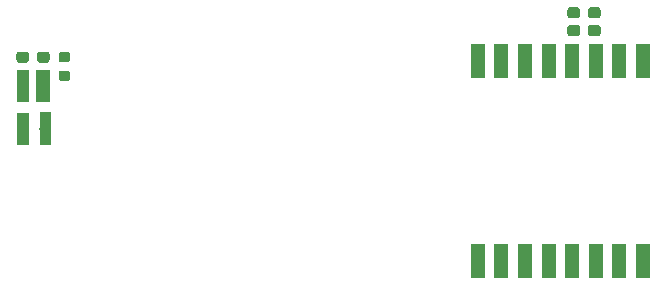
<source format=gtp>
G04 #@! TF.GenerationSoftware,KiCad,Pcbnew,6.0.0-rc1-unknown-ad9916a~66~ubuntu18.04.1*
G04 #@! TF.CreationDate,2018-11-28T14:50:18-03:00*
G04 #@! TF.ProjectId,Femtosat,46656d74-6f73-4617-942e-6b696361645f,rev?*
G04 #@! TF.SameCoordinates,Original*
G04 #@! TF.FileFunction,Paste,Top*
G04 #@! TF.FilePolarity,Positive*
%FSLAX46Y46*%
G04 Gerber Fmt 4.6, Leading zero omitted, Abs format (unit mm)*
G04 Created by KiCad (PCBNEW 6.0.0-rc1-unknown-ad9916a~66~ubuntu18.04.1) date mié 28 nov 2018 14:50:18 -03*
%MOMM*%
%LPD*%
G01*
G04 APERTURE LIST*
%ADD10C,0.100000*%
%ADD11C,0.950000*%
%ADD12R,1.200000X2.800000*%
%ADD13R,1.000000X2.800000*%
%ADD14C,1.000000*%
%ADD15R,1.300000X3.000000*%
%ADD16C,0.875000*%
G04 APERTURE END LIST*
D10*
G04 #@! TO.C,C6*
G36*
X112535779Y-59176144D02*
X112558834Y-59179563D01*
X112581443Y-59185227D01*
X112603387Y-59193079D01*
X112624457Y-59203044D01*
X112644448Y-59215026D01*
X112663168Y-59228910D01*
X112680438Y-59244562D01*
X112696090Y-59261832D01*
X112709974Y-59280552D01*
X112721956Y-59300543D01*
X112731921Y-59321613D01*
X112739773Y-59343557D01*
X112745437Y-59366166D01*
X112748856Y-59389221D01*
X112750000Y-59412500D01*
X112750000Y-59887500D01*
X112748856Y-59910779D01*
X112745437Y-59933834D01*
X112739773Y-59956443D01*
X112731921Y-59978387D01*
X112721956Y-59999457D01*
X112709974Y-60019448D01*
X112696090Y-60038168D01*
X112680438Y-60055438D01*
X112663168Y-60071090D01*
X112644448Y-60084974D01*
X112624457Y-60096956D01*
X112603387Y-60106921D01*
X112581443Y-60114773D01*
X112558834Y-60120437D01*
X112535779Y-60123856D01*
X112512500Y-60125000D01*
X111937500Y-60125000D01*
X111914221Y-60123856D01*
X111891166Y-60120437D01*
X111868557Y-60114773D01*
X111846613Y-60106921D01*
X111825543Y-60096956D01*
X111805552Y-60084974D01*
X111786832Y-60071090D01*
X111769562Y-60055438D01*
X111753910Y-60038168D01*
X111740026Y-60019448D01*
X111728044Y-59999457D01*
X111718079Y-59978387D01*
X111710227Y-59956443D01*
X111704563Y-59933834D01*
X111701144Y-59910779D01*
X111700000Y-59887500D01*
X111700000Y-59412500D01*
X111701144Y-59389221D01*
X111704563Y-59366166D01*
X111710227Y-59343557D01*
X111718079Y-59321613D01*
X111728044Y-59300543D01*
X111740026Y-59280552D01*
X111753910Y-59261832D01*
X111769562Y-59244562D01*
X111786832Y-59228910D01*
X111805552Y-59215026D01*
X111825543Y-59203044D01*
X111846613Y-59193079D01*
X111868557Y-59185227D01*
X111891166Y-59179563D01*
X111914221Y-59176144D01*
X111937500Y-59175000D01*
X112512500Y-59175000D01*
X112535779Y-59176144D01*
X112535779Y-59176144D01*
G37*
D11*
X112225000Y-59650000D03*
D10*
G36*
X110785779Y-59176144D02*
X110808834Y-59179563D01*
X110831443Y-59185227D01*
X110853387Y-59193079D01*
X110874457Y-59203044D01*
X110894448Y-59215026D01*
X110913168Y-59228910D01*
X110930438Y-59244562D01*
X110946090Y-59261832D01*
X110959974Y-59280552D01*
X110971956Y-59300543D01*
X110981921Y-59321613D01*
X110989773Y-59343557D01*
X110995437Y-59366166D01*
X110998856Y-59389221D01*
X111000000Y-59412500D01*
X111000000Y-59887500D01*
X110998856Y-59910779D01*
X110995437Y-59933834D01*
X110989773Y-59956443D01*
X110981921Y-59978387D01*
X110971956Y-59999457D01*
X110959974Y-60019448D01*
X110946090Y-60038168D01*
X110930438Y-60055438D01*
X110913168Y-60071090D01*
X110894448Y-60084974D01*
X110874457Y-60096956D01*
X110853387Y-60106921D01*
X110831443Y-60114773D01*
X110808834Y-60120437D01*
X110785779Y-60123856D01*
X110762500Y-60125000D01*
X110187500Y-60125000D01*
X110164221Y-60123856D01*
X110141166Y-60120437D01*
X110118557Y-60114773D01*
X110096613Y-60106921D01*
X110075543Y-60096956D01*
X110055552Y-60084974D01*
X110036832Y-60071090D01*
X110019562Y-60055438D01*
X110003910Y-60038168D01*
X109990026Y-60019448D01*
X109978044Y-59999457D01*
X109968079Y-59978387D01*
X109960227Y-59956443D01*
X109954563Y-59933834D01*
X109951144Y-59910779D01*
X109950000Y-59887500D01*
X109950000Y-59412500D01*
X109951144Y-59389221D01*
X109954563Y-59366166D01*
X109960227Y-59343557D01*
X109968079Y-59321613D01*
X109978044Y-59300543D01*
X109990026Y-59280552D01*
X110003910Y-59261832D01*
X110019562Y-59244562D01*
X110036832Y-59228910D01*
X110055552Y-59215026D01*
X110075543Y-59203044D01*
X110096613Y-59193079D01*
X110118557Y-59185227D01*
X110141166Y-59179563D01*
X110164221Y-59176144D01*
X110187500Y-59175000D01*
X110762500Y-59175000D01*
X110785779Y-59176144D01*
X110785779Y-59176144D01*
G37*
D11*
X110475000Y-59650000D03*
G04 #@! TD*
D12*
G04 #@! TO.C,D1*
X112220000Y-62125000D03*
D13*
X110500000Y-62125000D03*
X110500000Y-65725000D03*
D14*
X112400000Y-65725000D03*
D10*
G36*
X112900000Y-64325000D02*
X112900000Y-67125000D01*
X111900000Y-67125000D01*
X111900000Y-64325000D01*
X112900000Y-64325000D01*
X112900000Y-64325000D01*
G37*
G04 #@! TD*
D15*
G04 #@! TO.C,U4*
X149000000Y-76950000D03*
X151000000Y-76950000D03*
X153000000Y-76950000D03*
X155000000Y-76950000D03*
X157000000Y-76950000D03*
X159000000Y-76950000D03*
X161000000Y-76950000D03*
X163000000Y-76950000D03*
X163000000Y-59950000D03*
X161000000Y-59950000D03*
X159000000Y-59950000D03*
X157000000Y-59950000D03*
X155000000Y-59950000D03*
X153000000Y-59950000D03*
X151000000Y-59950000D03*
X149000000Y-59950000D03*
G04 #@! TD*
D10*
G04 #@! TO.C,Ca7*
G36*
X159185779Y-55426144D02*
X159208834Y-55429563D01*
X159231443Y-55435227D01*
X159253387Y-55443079D01*
X159274457Y-55453044D01*
X159294448Y-55465026D01*
X159313168Y-55478910D01*
X159330438Y-55494562D01*
X159346090Y-55511832D01*
X159359974Y-55530552D01*
X159371956Y-55550543D01*
X159381921Y-55571613D01*
X159389773Y-55593557D01*
X159395437Y-55616166D01*
X159398856Y-55639221D01*
X159400000Y-55662500D01*
X159400000Y-56137500D01*
X159398856Y-56160779D01*
X159395437Y-56183834D01*
X159389773Y-56206443D01*
X159381921Y-56228387D01*
X159371956Y-56249457D01*
X159359974Y-56269448D01*
X159346090Y-56288168D01*
X159330438Y-56305438D01*
X159313168Y-56321090D01*
X159294448Y-56334974D01*
X159274457Y-56346956D01*
X159253387Y-56356921D01*
X159231443Y-56364773D01*
X159208834Y-56370437D01*
X159185779Y-56373856D01*
X159162500Y-56375000D01*
X158587500Y-56375000D01*
X158564221Y-56373856D01*
X158541166Y-56370437D01*
X158518557Y-56364773D01*
X158496613Y-56356921D01*
X158475543Y-56346956D01*
X158455552Y-56334974D01*
X158436832Y-56321090D01*
X158419562Y-56305438D01*
X158403910Y-56288168D01*
X158390026Y-56269448D01*
X158378044Y-56249457D01*
X158368079Y-56228387D01*
X158360227Y-56206443D01*
X158354563Y-56183834D01*
X158351144Y-56160779D01*
X158350000Y-56137500D01*
X158350000Y-55662500D01*
X158351144Y-55639221D01*
X158354563Y-55616166D01*
X158360227Y-55593557D01*
X158368079Y-55571613D01*
X158378044Y-55550543D01*
X158390026Y-55530552D01*
X158403910Y-55511832D01*
X158419562Y-55494562D01*
X158436832Y-55478910D01*
X158455552Y-55465026D01*
X158475543Y-55453044D01*
X158496613Y-55443079D01*
X158518557Y-55435227D01*
X158541166Y-55429563D01*
X158564221Y-55426144D01*
X158587500Y-55425000D01*
X159162500Y-55425000D01*
X159185779Y-55426144D01*
X159185779Y-55426144D01*
G37*
D11*
X158875000Y-55900000D03*
D10*
G36*
X157435779Y-55426144D02*
X157458834Y-55429563D01*
X157481443Y-55435227D01*
X157503387Y-55443079D01*
X157524457Y-55453044D01*
X157544448Y-55465026D01*
X157563168Y-55478910D01*
X157580438Y-55494562D01*
X157596090Y-55511832D01*
X157609974Y-55530552D01*
X157621956Y-55550543D01*
X157631921Y-55571613D01*
X157639773Y-55593557D01*
X157645437Y-55616166D01*
X157648856Y-55639221D01*
X157650000Y-55662500D01*
X157650000Y-56137500D01*
X157648856Y-56160779D01*
X157645437Y-56183834D01*
X157639773Y-56206443D01*
X157631921Y-56228387D01*
X157621956Y-56249457D01*
X157609974Y-56269448D01*
X157596090Y-56288168D01*
X157580438Y-56305438D01*
X157563168Y-56321090D01*
X157544448Y-56334974D01*
X157524457Y-56346956D01*
X157503387Y-56356921D01*
X157481443Y-56364773D01*
X157458834Y-56370437D01*
X157435779Y-56373856D01*
X157412500Y-56375000D01*
X156837500Y-56375000D01*
X156814221Y-56373856D01*
X156791166Y-56370437D01*
X156768557Y-56364773D01*
X156746613Y-56356921D01*
X156725543Y-56346956D01*
X156705552Y-56334974D01*
X156686832Y-56321090D01*
X156669562Y-56305438D01*
X156653910Y-56288168D01*
X156640026Y-56269448D01*
X156628044Y-56249457D01*
X156618079Y-56228387D01*
X156610227Y-56206443D01*
X156604563Y-56183834D01*
X156601144Y-56160779D01*
X156600000Y-56137500D01*
X156600000Y-55662500D01*
X156601144Y-55639221D01*
X156604563Y-55616166D01*
X156610227Y-55593557D01*
X156618079Y-55571613D01*
X156628044Y-55550543D01*
X156640026Y-55530552D01*
X156653910Y-55511832D01*
X156669562Y-55494562D01*
X156686832Y-55478910D01*
X156705552Y-55465026D01*
X156725543Y-55453044D01*
X156746613Y-55443079D01*
X156768557Y-55435227D01*
X156791166Y-55429563D01*
X156814221Y-55426144D01*
X156837500Y-55425000D01*
X157412500Y-55425000D01*
X157435779Y-55426144D01*
X157435779Y-55426144D01*
G37*
D11*
X157125000Y-55900000D03*
G04 #@! TD*
D10*
G04 #@! TO.C,Cb7*
G36*
X157435779Y-56926144D02*
X157458834Y-56929563D01*
X157481443Y-56935227D01*
X157503387Y-56943079D01*
X157524457Y-56953044D01*
X157544448Y-56965026D01*
X157563168Y-56978910D01*
X157580438Y-56994562D01*
X157596090Y-57011832D01*
X157609974Y-57030552D01*
X157621956Y-57050543D01*
X157631921Y-57071613D01*
X157639773Y-57093557D01*
X157645437Y-57116166D01*
X157648856Y-57139221D01*
X157650000Y-57162500D01*
X157650000Y-57637500D01*
X157648856Y-57660779D01*
X157645437Y-57683834D01*
X157639773Y-57706443D01*
X157631921Y-57728387D01*
X157621956Y-57749457D01*
X157609974Y-57769448D01*
X157596090Y-57788168D01*
X157580438Y-57805438D01*
X157563168Y-57821090D01*
X157544448Y-57834974D01*
X157524457Y-57846956D01*
X157503387Y-57856921D01*
X157481443Y-57864773D01*
X157458834Y-57870437D01*
X157435779Y-57873856D01*
X157412500Y-57875000D01*
X156837500Y-57875000D01*
X156814221Y-57873856D01*
X156791166Y-57870437D01*
X156768557Y-57864773D01*
X156746613Y-57856921D01*
X156725543Y-57846956D01*
X156705552Y-57834974D01*
X156686832Y-57821090D01*
X156669562Y-57805438D01*
X156653910Y-57788168D01*
X156640026Y-57769448D01*
X156628044Y-57749457D01*
X156618079Y-57728387D01*
X156610227Y-57706443D01*
X156604563Y-57683834D01*
X156601144Y-57660779D01*
X156600000Y-57637500D01*
X156600000Y-57162500D01*
X156601144Y-57139221D01*
X156604563Y-57116166D01*
X156610227Y-57093557D01*
X156618079Y-57071613D01*
X156628044Y-57050543D01*
X156640026Y-57030552D01*
X156653910Y-57011832D01*
X156669562Y-56994562D01*
X156686832Y-56978910D01*
X156705552Y-56965026D01*
X156725543Y-56953044D01*
X156746613Y-56943079D01*
X156768557Y-56935227D01*
X156791166Y-56929563D01*
X156814221Y-56926144D01*
X156837500Y-56925000D01*
X157412500Y-56925000D01*
X157435779Y-56926144D01*
X157435779Y-56926144D01*
G37*
D11*
X157125000Y-57400000D03*
D10*
G36*
X159185779Y-56926144D02*
X159208834Y-56929563D01*
X159231443Y-56935227D01*
X159253387Y-56943079D01*
X159274457Y-56953044D01*
X159294448Y-56965026D01*
X159313168Y-56978910D01*
X159330438Y-56994562D01*
X159346090Y-57011832D01*
X159359974Y-57030552D01*
X159371956Y-57050543D01*
X159381921Y-57071613D01*
X159389773Y-57093557D01*
X159395437Y-57116166D01*
X159398856Y-57139221D01*
X159400000Y-57162500D01*
X159400000Y-57637500D01*
X159398856Y-57660779D01*
X159395437Y-57683834D01*
X159389773Y-57706443D01*
X159381921Y-57728387D01*
X159371956Y-57749457D01*
X159359974Y-57769448D01*
X159346090Y-57788168D01*
X159330438Y-57805438D01*
X159313168Y-57821090D01*
X159294448Y-57834974D01*
X159274457Y-57846956D01*
X159253387Y-57856921D01*
X159231443Y-57864773D01*
X159208834Y-57870437D01*
X159185779Y-57873856D01*
X159162500Y-57875000D01*
X158587500Y-57875000D01*
X158564221Y-57873856D01*
X158541166Y-57870437D01*
X158518557Y-57864773D01*
X158496613Y-57856921D01*
X158475543Y-57846956D01*
X158455552Y-57834974D01*
X158436832Y-57821090D01*
X158419562Y-57805438D01*
X158403910Y-57788168D01*
X158390026Y-57769448D01*
X158378044Y-57749457D01*
X158368079Y-57728387D01*
X158360227Y-57706443D01*
X158354563Y-57683834D01*
X158351144Y-57660779D01*
X158350000Y-57637500D01*
X158350000Y-57162500D01*
X158351144Y-57139221D01*
X158354563Y-57116166D01*
X158360227Y-57093557D01*
X158368079Y-57071613D01*
X158378044Y-57050543D01*
X158390026Y-57030552D01*
X158403910Y-57011832D01*
X158419562Y-56994562D01*
X158436832Y-56978910D01*
X158455552Y-56965026D01*
X158475543Y-56953044D01*
X158496613Y-56943079D01*
X158518557Y-56935227D01*
X158541166Y-56929563D01*
X158564221Y-56926144D01*
X158587500Y-56925000D01*
X159162500Y-56925000D01*
X159185779Y-56926144D01*
X159185779Y-56926144D01*
G37*
D11*
X158875000Y-57400000D03*
G04 #@! TD*
D10*
G04 #@! TO.C,R2*
G36*
X114277691Y-60801053D02*
X114298926Y-60804203D01*
X114319750Y-60809419D01*
X114339962Y-60816651D01*
X114359368Y-60825830D01*
X114377781Y-60836866D01*
X114395024Y-60849654D01*
X114410930Y-60864070D01*
X114425346Y-60879976D01*
X114438134Y-60897219D01*
X114449170Y-60915632D01*
X114458349Y-60935038D01*
X114465581Y-60955250D01*
X114470797Y-60976074D01*
X114473947Y-60997309D01*
X114475000Y-61018750D01*
X114475000Y-61456250D01*
X114473947Y-61477691D01*
X114470797Y-61498926D01*
X114465581Y-61519750D01*
X114458349Y-61539962D01*
X114449170Y-61559368D01*
X114438134Y-61577781D01*
X114425346Y-61595024D01*
X114410930Y-61610930D01*
X114395024Y-61625346D01*
X114377781Y-61638134D01*
X114359368Y-61649170D01*
X114339962Y-61658349D01*
X114319750Y-61665581D01*
X114298926Y-61670797D01*
X114277691Y-61673947D01*
X114256250Y-61675000D01*
X113743750Y-61675000D01*
X113722309Y-61673947D01*
X113701074Y-61670797D01*
X113680250Y-61665581D01*
X113660038Y-61658349D01*
X113640632Y-61649170D01*
X113622219Y-61638134D01*
X113604976Y-61625346D01*
X113589070Y-61610930D01*
X113574654Y-61595024D01*
X113561866Y-61577781D01*
X113550830Y-61559368D01*
X113541651Y-61539962D01*
X113534419Y-61519750D01*
X113529203Y-61498926D01*
X113526053Y-61477691D01*
X113525000Y-61456250D01*
X113525000Y-61018750D01*
X113526053Y-60997309D01*
X113529203Y-60976074D01*
X113534419Y-60955250D01*
X113541651Y-60935038D01*
X113550830Y-60915632D01*
X113561866Y-60897219D01*
X113574654Y-60879976D01*
X113589070Y-60864070D01*
X113604976Y-60849654D01*
X113622219Y-60836866D01*
X113640632Y-60825830D01*
X113660038Y-60816651D01*
X113680250Y-60809419D01*
X113701074Y-60804203D01*
X113722309Y-60801053D01*
X113743750Y-60800000D01*
X114256250Y-60800000D01*
X114277691Y-60801053D01*
X114277691Y-60801053D01*
G37*
D16*
X114000000Y-61237500D03*
D10*
G36*
X114277691Y-59226053D02*
X114298926Y-59229203D01*
X114319750Y-59234419D01*
X114339962Y-59241651D01*
X114359368Y-59250830D01*
X114377781Y-59261866D01*
X114395024Y-59274654D01*
X114410930Y-59289070D01*
X114425346Y-59304976D01*
X114438134Y-59322219D01*
X114449170Y-59340632D01*
X114458349Y-59360038D01*
X114465581Y-59380250D01*
X114470797Y-59401074D01*
X114473947Y-59422309D01*
X114475000Y-59443750D01*
X114475000Y-59881250D01*
X114473947Y-59902691D01*
X114470797Y-59923926D01*
X114465581Y-59944750D01*
X114458349Y-59964962D01*
X114449170Y-59984368D01*
X114438134Y-60002781D01*
X114425346Y-60020024D01*
X114410930Y-60035930D01*
X114395024Y-60050346D01*
X114377781Y-60063134D01*
X114359368Y-60074170D01*
X114339962Y-60083349D01*
X114319750Y-60090581D01*
X114298926Y-60095797D01*
X114277691Y-60098947D01*
X114256250Y-60100000D01*
X113743750Y-60100000D01*
X113722309Y-60098947D01*
X113701074Y-60095797D01*
X113680250Y-60090581D01*
X113660038Y-60083349D01*
X113640632Y-60074170D01*
X113622219Y-60063134D01*
X113604976Y-60050346D01*
X113589070Y-60035930D01*
X113574654Y-60020024D01*
X113561866Y-60002781D01*
X113550830Y-59984368D01*
X113541651Y-59964962D01*
X113534419Y-59944750D01*
X113529203Y-59923926D01*
X113526053Y-59902691D01*
X113525000Y-59881250D01*
X113525000Y-59443750D01*
X113526053Y-59422309D01*
X113529203Y-59401074D01*
X113534419Y-59380250D01*
X113541651Y-59360038D01*
X113550830Y-59340632D01*
X113561866Y-59322219D01*
X113574654Y-59304976D01*
X113589070Y-59289070D01*
X113604976Y-59274654D01*
X113622219Y-59261866D01*
X113640632Y-59250830D01*
X113660038Y-59241651D01*
X113680250Y-59234419D01*
X113701074Y-59229203D01*
X113722309Y-59226053D01*
X113743750Y-59225000D01*
X114256250Y-59225000D01*
X114277691Y-59226053D01*
X114277691Y-59226053D01*
G37*
D16*
X114000000Y-59662500D03*
G04 #@! TD*
M02*

</source>
